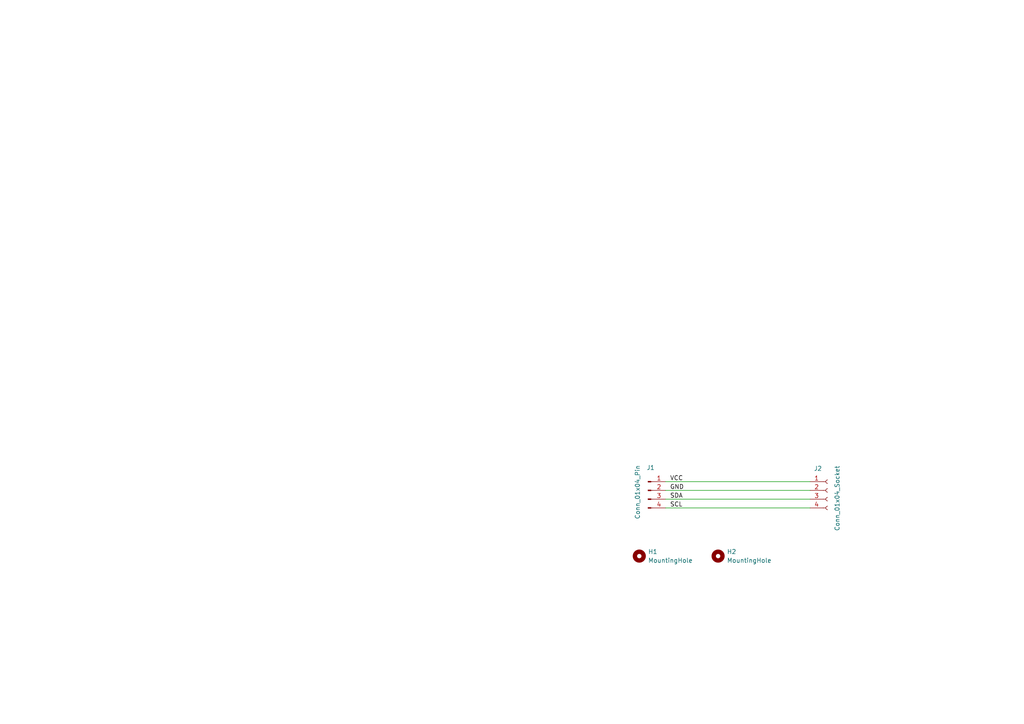
<source format=kicad_sch>
(kicad_sch (version 20231120) (generator "eeschema") (generator_version "8.0")
  (paper "A4")
  (title_block (date "2025-01-19"))
  (lib_symbols
    (symbol "Connector:Conn_01x04_Pin" (pin_names (offset 1.016) hide)
      (property "Reference" "J" (at 0 5.08 0))
      (property "Value" "Conn_01x04_Pin" (at 0 -7.62 0))
      (symbol "Conn_01x04_Pin_1_1"
        (polyline (pts (xy 1.27 -5.08) (xy 0.8636 -5.08)) (stroke (width 0.1524)))
        (polyline (pts (xy 1.27 -2.54) (xy 0.8636 -2.54)) (stroke (width 0.1524)))
        (polyline (pts (xy 1.27 0) (xy 0.8636 0)) (stroke (width 0.1524)))
        (polyline (pts (xy 1.27 2.54) (xy 0.8636 2.54)) (stroke (width 0.1524)))
        (rectangle (start 0.8636 -4.953) (end 0 -5.207) (stroke (width 0.1524)) (fill (type outline)))
        (rectangle (start 0.8636 -2.413) (end 0 -2.667) (stroke (width 0.1524)) (fill (type outline)))
        (rectangle (start 0.8636 0.127) (end 0 -0.127) (stroke (width 0.1524)) (fill (type outline)))
        (rectangle (start 0.8636 2.667) (end 0 2.413) (stroke (width 0.1524)) (fill (type outline)))
        (pin passive line (at 5.08 2.54 180) (length 3.81) (name "Pin_1") (number "1"))
        (pin passive line (at 5.08 0 180) (length 3.81) (name "Pin_2") (number "2"))
        (pin passive line (at 5.08 -2.54 180) (length 3.81) (name "Pin_3") (number "3"))
        (pin passive line (at 5.08 -5.08 180) (length 3.81) (name "Pin_4") (number "4"))
      )
    )
    (symbol "Connector:Conn_01x04_Socket" (pin_names (offset 1.016) hide)
      (property "Reference" "J" (at 0 5.08 0))
      (property "Value" "Conn_01x04_Socket" (at 0 -7.62 0))
      (symbol "Conn_01x04_Socket_1_1"
        (arc (start 0 -4.572) (mid -0.5058 -5.08) (end 0 -5.588) (stroke (width 0.1524)))
        (arc (start 0 -2.032) (mid -0.5058 -2.54) (end 0 -3.048) (stroke (width 0.1524)))
        (polyline (pts (xy -1.27 -5.08) (xy -0.508 -5.08)) (stroke (width 0.1524)))
        (polyline (pts (xy -1.27 -2.54) (xy -0.508 -2.54)) (stroke (width 0.1524)))
        (polyline (pts (xy -1.27 0) (xy -0.508 0)) (stroke (width 0.1524)))
        (polyline (pts (xy -1.27 2.54) (xy -0.508 2.54)) (stroke (width 0.1524)))
        (arc (start 0 0.508) (mid -0.5058 0) (end 0 -0.508) (stroke (width 0.1524)))
        (arc (start 0 3.048) (mid -0.5058 2.54) (end 0 2.032) (stroke (width 0.1524)))
        (pin passive line (at -5.08 2.54 0) (length 3.81) (name "Pin_1") (number "1"))
        (pin passive line (at -5.08 0 0) (length 3.81) (name "Pin_2") (number "2"))
        (pin passive line (at -5.08 -2.54 0) (length 3.81) (name "Pin_3") (number "3"))
        (pin passive line (at -5.08 -5.08 0) (length 3.81) (name "Pin_4") (number "4"))
      )
    )
    (symbol "_kh_library:MountingHole" (pin_names (offset 1.016)) (exclude_from_sim yes) (in_bom no)
      (property "Reference" "H" (at 0 5.08 0))
      (property "Value" "MountingHole" (at 0 3.175 0))
      (symbol "MountingHole_0_1"
        (circle (center 0 0) (radius 1.27) (stroke (width 1.27)))
      )
    )
  )
  (wire (pts (xy 193.04 147.32) (xy 234.95 147.32)))
  (wire (pts (xy 193.04 139.7) (xy 234.95 139.7)))
  (wire (pts (xy 193.04 142.24) (xy 234.95 142.24)))
  (wire (pts (xy 193.04 144.78) (xy 234.95 144.78)))
  (label "VCC" (at 194.31 139.7 0))
  (label "SDA" (at 194.31 144.78 0))
  (label "GND" (at 194.31 142.24 0))
  (label "SCL" (at 194.31 147.32 0))
  (symbol (lib_id "_kh_library:MountingHole") (at 185.42 161.29 0) (unit 1) (exclude_from_sim yes) (in_bom no)
    (property "Reference" "H1" (at 187.96 160.0199 0) (effects (justify left)))
    (property "Value" "MountingHole" (at 187.96 162.5599 0) (effects (justify left)))
    (property "Footprint" "_kh_library:MountingHole_2.2mm_M2_Pad_TopBottom_kh" (effects (hide yes)))
    (property "Description" "Mounting Hole without connection" (effects (hide yes)))
  )
  (symbol (lib_id "Connector:Conn_01x04_Socket") (at 240.03 142.24 0) (unit 1)
    (property "Reference" "J2" (at 237.236 135.89 0))
    (property "Value" "Conn_01x04_Socket" (at 242.824 144.526 90))
    (property "Footprint" "_kh_library:PinSocket_1x04_P2.54mm_Vertical_kh" (effects (hide yes)))
    (property "Description" "Generic connector, single row, 01x04, script generated" (effects (hide yes)))
  )
  (symbol (lib_id "Connector:Conn_01x04_Pin") (at 187.96 142.24 0) (unit 1)
    (property "Reference" "J1" (at 188.722 135.636 0))
    (property "Value" "Conn_01x04_Pin" (at 184.912 142.748 90))
    (property "Footprint" "_kh_library:PinSocket_1x04_P2.54mm_Vertical_kh" (effects (hide yes)))
    (property "Description" "Generic connector, single row, 01x04, script generated" (effects (hide yes)))
  )
  (symbol (lib_id "_kh_library:MountingHole") (at 208.28 161.29 0) (unit 1) (exclude_from_sim yes) (in_bom no)
    (property "Reference" "H2" (at 210.82 160.0199 0) (effects (justify left)))
    (property "Value" "MountingHole" (at 210.82 162.5599 0) (effects (justify left)))
    (property "Footprint" "_kh_library:MountingHole_2.2mm_M2_Pad_TopBottom_kh" (effects (hide yes)))
    (property "Description" "Mounting Hole without connection" (effects (hide yes)))
  )
)
</source>
